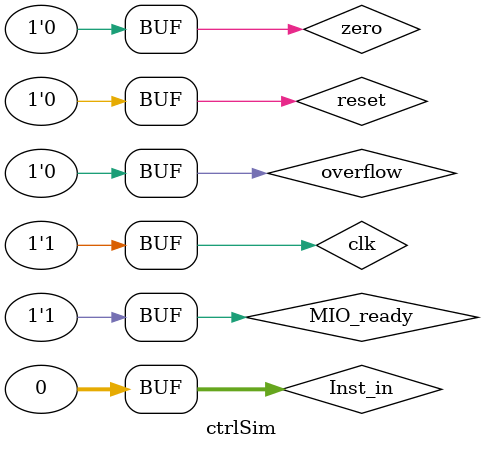
<source format=v>
`timescale 1ns / 1ps


module ctrlSim;

	// Inputs
	reg clk;
	reg reset;
	reg [31:0] Inst_in;
	reg zero;
	reg overflow;
	reg MIO_ready;

	// Outputs
	wire MemRead;
	wire MemWrite;
	wire [2:0] ALU_operation;
	wire [4:0] state_out;
	wire CPU_MIO;
	wire IorD;
	wire IRWrite;
	wire [1:0] RegDst;
	wire RegWrite;
	wire [1:0] MemtoReg;
	wire ALUSrcA;
	wire [1:0] ALUSrcB;
	wire [1:0] PCSource;
	wire PCWrite;
	wire PCWriteCond;
	wire Branch;

	// Instantiate the Unit Under Test (UUT)
	ctrl uut (
		.clk(clk), 
		.reset(reset), 
		.Inst_in(Inst_in), 
		.zero(zero), 
		.overflow(overflow), 
		.MIO_ready(MIO_ready), 
		.MemRead(MemRead), 
		.MemWrite(MemWrite), 
		.ALU_operation(ALU_operation), 
		.state_out(state_out), 
		.CPU_MIO(CPU_MIO), 
		.IorD(IorD), 
		.IRWrite(IRWrite), 
		.RegDst(RegDst), 
		.RegWrite(RegWrite), 
		.MemtoReg(MemtoReg), 
		.ALUSrcA(ALUSrcA), 
		.ALUSrcB(ALUSrcB), 
		.PCSource(PCSource), 
		.PCWrite(PCWrite), 
		.PCWriteCond(PCWriteCond), 
		.Branch(Branch)
	);

	initial begin
		// Initialize Inputs
		clk = 0;
		reset = 0;
		Inst_in = 0;
		zero = 0;
		overflow = 0;
		MIO_ready = 0;

		// Wait 100 ns for global reset to finish
		#50;
		reset=1;
		#60;
		reset=0;
		MIO_ready=1;
		Inst_in = 32'h014B4820; //add t1, t2, t3
		#50;
		Inst_in = 32'h2014003f; //addi s4, zero, 3f
		#50;
		Inst_in = 32'h11600005; //beq t3, zero, 5
		#50;
		Inst_in = 32'h0800000c; //j 12
		#50;
		Inst_in = 32'h8D69FFFF; //lw t1, 0xffff(t3)
		#50;
		Inst_in = 32'hAD71FFFF; //sw s1, 0xffff(t3)
		#50;
		Inst_in = 32'h0C00BFAF; //jal bfaf
		#50;
		Inst_in = 32'h15700005; //bne s0 5
		#50;
		Inst_in = 32'h3C0B0001; //lui t3 1
		#50;
		Inst_in = 32'h00000000;
		#50;
	end

	always begin
		clk=0;
		#20;
		clk=1;
		#20;
	end 
      
endmodule


</source>
